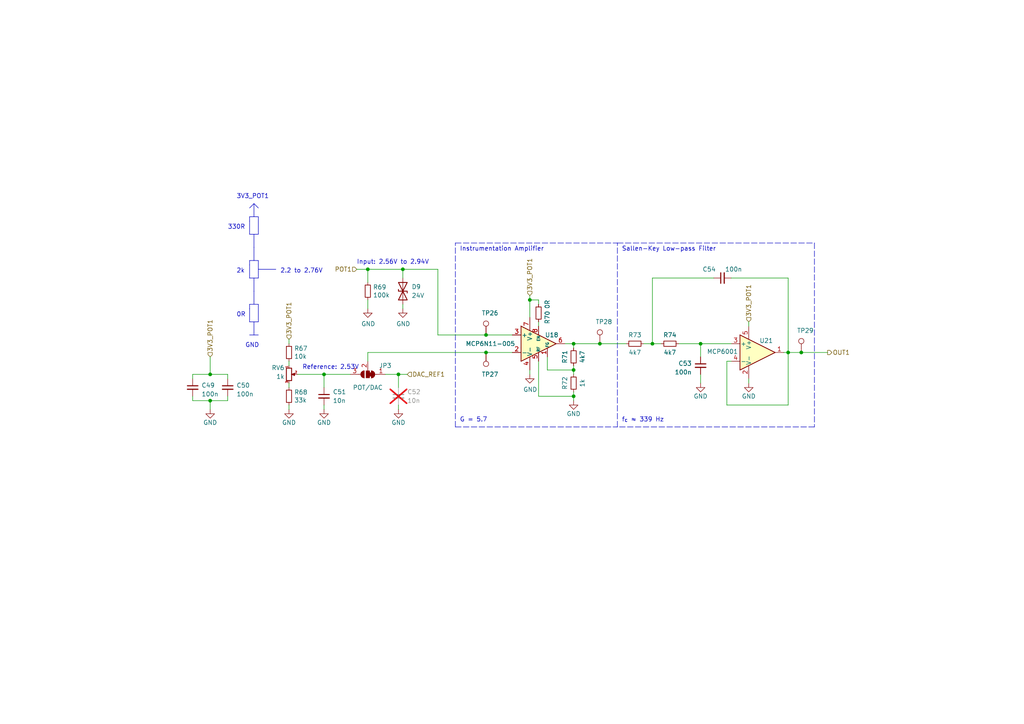
<source format=kicad_sch>
(kicad_sch (version 20230121) (generator eeschema)
  (paper "A4")
  (lib_symbols
    (symbol "Amplifier_Operational:MCP6001-OT" (pin_names (offset 0.127))
      (property "Reference" "U" (at -1.27 6.35 0))
      (property "Value" "MCP6001-OT" (at -1.27 3.81 0))
      (symbol "MCP6001-OT_0_1"
        (polyline (pts (xy -5.08 5.08) (xy 5.08 0) (xy -5.08 -5.08) (xy -5.08 5.08)) (stroke (width 0.254)) (fill (type background)))
        (pin power_in line (at -2.54 -7.62 90) (length 3.81) (name "V-") (number "2"))
        (pin power_in line (at -2.54 7.62 270) (length 3.81) (name "V+") (number "5"))
      )
      (symbol "MCP6001-OT_1_1"
        (pin output line (at 7.62 0 180) (length 2.54) (name "~") (number "1"))
        (pin input line (at -7.62 2.54 0) (length 2.54) (name "+") (number "3"))
        (pin input line (at -7.62 -2.54 0) (length 2.54) (name "-") (number "4"))
      )
    )
    (symbol "Connector:TestPoint" (pin_numbers hide) (pin_names (offset 0.762) hide)
      (property "Reference" "TP" (at 0 6.858 0))
      (property "Value" "TestPoint" (at 0 5.08 0))
      (symbol "TestPoint_0_1"
        (circle (center 0 3.302) (radius 0.762))
      )
      (symbol "TestPoint_1_1"
        (pin passive line (at 0 0 90) (length 2.54) (name "1") (number "1"))
      )
    )
    (symbol "Device:C_Small" (pin_numbers hide) (pin_names (offset 0.254) hide)
      (property "Reference" "C" (at 0.254 1.778 0))
      (property "Value" "C_Small" (at 0.254 -2.032 0))
      (symbol "C_Small_0_1"
        (polyline (pts (xy -1.524 -0.508) (xy 1.524 -0.508)) (stroke (width 0.3302)))
        (polyline (pts (xy -1.524 0.508) (xy 1.524 0.508)) (stroke (width 0.3048)))
      )
      (symbol "C_Small_1_1"
        (pin passive line (at 0 2.54 270) (length 2.032) (name "~") (number "1"))
        (pin passive line (at 0 -2.54 90) (length 2.032) (name "~") (number "2"))
      )
    )
    (symbol "Device:D_TVS" (pin_numbers hide) (pin_names (offset 1.016) hide)
      (property "Reference" "D" (at 0 2.54 0))
      (property "Value" "D_TVS" (at 0 -2.54 0))
      (symbol "D_TVS_0_1"
        (polyline (pts (xy 1.27 0) (xy -1.27 0)))
        (polyline (pts (xy 0.508 1.27) (xy 0 1.27) (xy 0 -1.27) (xy -0.508 -1.27)) (stroke (width 0.254)))
        (polyline (pts (xy -2.54 1.27) (xy -2.54 -1.27) (xy 2.54 1.27) (xy 2.54 -1.27) (xy -2.54 1.27)) (stroke (width 0.254)))
      )
      (symbol "D_TVS_1_1"
        (pin passive line (at -3.81 0 0) (length 2.54) (name "A1") (number "1"))
        (pin passive line (at 3.81 0 180) (length 2.54) (name "A2") (number "2"))
      )
    )
    (symbol "Device:R_Potentiometer_Small" (pin_names (offset 1.016) hide)
      (property "Reference" "RV" (at -4.445 0 90))
      (property "Value" "R_Potentiometer_Small" (at -2.54 0 90))
      (symbol "R_Potentiometer_Small_0_1"
        (polyline (pts (xy 0.889 0) (xy 0.635 0) (xy 1.651 0.381) (xy 1.651 -0.381) (xy 0.635 0) (xy 0.889 0)) (fill (type outline)))
        (rectangle (start 0.762 1.8034) (end -0.762 -1.8034) (stroke (width 0.254)))
      )
      (symbol "R_Potentiometer_Small_1_1"
        (pin passive line (at 0 2.54 270) (length 0.635) (name "1") (number "1"))
        (pin passive line (at 2.54 0 180) (length 0.9906) (name "2") (number "2"))
        (pin passive line (at 0 -2.54 90) (length 0.635) (name "3") (number "3"))
      )
    )
    (symbol "Device:R_Small" (pin_numbers hide) (pin_names (offset 0.254) hide)
      (property "Reference" "R" (at 0.762 0.508 0))
      (property "Value" "R_Small" (at 0.762 -1.016 0))
      (symbol "R_Small_0_1"
        (rectangle (start -0.762 1.778) (end 0.762 -1.778) (stroke (width 0.2032)))
      )
      (symbol "R_Small_1_1"
        (pin passive line (at 0 2.54 270) (length 0.762) (name "~") (number "1"))
        (pin passive line (at 0 -2.54 90) (length 0.762) (name "~") (number "2"))
      )
    )
    (symbol "Jumper:SolderJumper_3_Bridged12" (pin_names (offset 0) hide)
      (property "Reference" "JP" (at -2.54 -2.54 0))
      (property "Value" "SolderJumper_3_Bridged12" (at 0 2.794 0))
      (symbol "SolderJumper_3_Bridged12_0_1"
        (rectangle (start -1.016 0.508) (end -0.508 -0.508) (fill (type outline)))
        (arc (start -1.016 1.016) (mid -2.0276 0) (end -1.016 -1.016))
        (arc (start -1.016 1.016) (mid -2.0276 0) (end -1.016 -1.016) (fill (type outline)))
        (rectangle (start -0.508 1.016) (end 0.508 -1.016) (fill (type outline)))
        (polyline (pts (xy -2.54 0) (xy -2.032 0)))
        (polyline (pts (xy -1.016 1.016) (xy -1.016 -1.016)))
        (polyline (pts (xy 0 -1.27) (xy 0 -1.016)))
        (polyline (pts (xy 1.016 1.016) (xy 1.016 -1.016)))
        (polyline (pts (xy 2.54 0) (xy 2.032 0)))
        (arc (start 1.016 -1.016) (mid 2.0276 0) (end 1.016 1.016))
        (arc (start 1.016 -1.016) (mid 2.0276 0) (end 1.016 1.016) (fill (type outline)))
      )
      (symbol "SolderJumper_3_Bridged12_1_1"
        (pin passive line (at -5.08 0 0) (length 2.54) (name "A") (number "1"))
        (pin passive line (at 0 -3.81 90) (length 2.54) (name "C") (number "2"))
        (pin passive line (at 5.08 0 180) (length 2.54) (name "B") (number "3"))
      )
    )
    (symbol "MCP6N11:MCP6N11" (pin_names (offset 0.127))
      (property "Reference" "U" (at 3.81 6.35 0))
      (property "Value" "MCP6N11-xE" (at 3.81 3.81 0))
      (symbol "MCP6N11_0_1"
        (polyline (pts (xy -5.08 5.08) (xy 5.08 0) (xy -5.08 -5.08) (xy -5.08 5.08)) (stroke (width 0.254)) (fill (type background)))
      )
      (symbol "MCP6N11_1_1"
        (pin passive line (at 2.54 -3.81 90) (length 2.54) (name "FG") (number "1"))
        (pin input line (at -7.62 -2.54 0) (length 2.54) (name "-") (number "2"))
        (pin input line (at -7.62 2.54 0) (length 2.54) (name "+") (number "3"))
        (pin power_in line (at -2.54 -7.62 90) (length 3.81) (name "V-") (number "4"))
        (pin passive line (at 0 -5.08 90) (length 2.54) (name "RF") (number "5"))
        (pin output line (at 7.62 0 180) (length 2.54) (name "~") (number "6"))
        (pin power_in line (at -2.54 7.62 270) (length 3.81) (name "V+") (number "7"))
        (pin input line (at 0 5.08 270) (length 2.54) (name "EN") (number "8"))
        (pin passive line (at -2.54 -7.62 90) (length 3.81) hide (name "EP") (number "9"))
      )
    )
    (symbol "power:GND" (power) (pin_names (offset 0))
      (property "Value" "GND" (at 0 -3.81 0))
      (symbol "GND_0_1"
        (polyline (pts (xy 0 0) (xy 0 -1.27) (xy 1.27 -1.27) (xy 0 -2.54) (xy -1.27 -1.27) (xy 0 -1.27)))
      )
      (symbol "GND_1_1"
        (pin power_in line (at 0 0 270) (length 0) hide (name "GND") (number "1"))
      )
    )
  )
  (junction (at 153.67 86.995))
  (junction (at 166.37 107.315))
  (junction (at 166.37 99.695))
  (junction (at 116.84 78.105))
  (junction (at 93.98 108.585))
  (junction (at 203.2 99.695))
  (junction (at 115.57 108.585))
  (junction (at 106.68 78.105))
  (junction (at 60.96 108.585))
  (junction (at 189.23 99.695))
  (junction (at 232.41 102.235))
  (junction (at 140.97 97.155))
  (junction (at 228.6 102.235))
  (junction (at 173.99 99.695))
  (junction (at 140.97 102.235))
  (junction (at 60.96 116.205))
  (junction (at 166.37 114.935))
  (polyline (pts (xy 72.39 62.865) (xy 72.39 64.135)))
  (polyline (pts (xy 132.08 123.825) (xy 179.07 123.825)) (stroke (width 0) (type dash)))
  (polyline (pts (xy 236.22 123.825) (xy 179.07 123.825)) (stroke (width 0) (type dash)))
  (wire (pts (xy 228.6 117.475) (xy 228.6 102.235)))
  (polyline (pts (xy 72.39 76.835) (xy 72.39 80.645)))
  (wire (pts (xy 203.2 99.695) (xy 203.2 103.505)))
  (wire (pts (xy 55.88 114.935) (xy 55.88 116.205)))
  (polyline (pts (xy 74.93 62.865) (xy 72.39 62.865)))
  (wire (pts (xy 217.17 93.345) (xy 217.17 94.615)))
  (wire (pts (xy 153.67 108.585) (xy 153.67 107.315)))
  (wire (pts (xy 153.67 86.995) (xy 156.21 86.995)))
  (polyline (pts (xy 73.66 80.645) (xy 73.66 84.455)))
  (wire (pts (xy 158.75 103.505) (xy 158.75 107.315)))
  (polyline (pts (xy 73.66 59.055) (xy 74.93 60.325)))
  (wire (pts (xy 228.6 80.645) (xy 228.6 102.235)))
  (wire (pts (xy 66.04 116.205) (xy 60.96 116.205)))
  (wire (pts (xy 83.82 98.425) (xy 83.82 99.695)))
  (wire (pts (xy 103.505 78.105) (xy 106.68 78.105)))
  (wire (pts (xy 210.82 117.475) (xy 228.6 117.475)))
  (wire (pts (xy 106.68 81.915) (xy 106.68 78.105)))
  (polyline (pts (xy 74.93 67.945) (xy 74.93 62.865)))
  (wire (pts (xy 156.21 104.775) (xy 156.21 114.935)))
  (wire (pts (xy 60.96 108.585) (xy 60.96 103.505)))
  (wire (pts (xy 189.23 80.645) (xy 207.01 80.645)))
  (wire (pts (xy 166.37 99.695) (xy 173.99 99.695)))
  (wire (pts (xy 66.04 114.935) (xy 66.04 116.205)))
  (polyline (pts (xy 179.07 123.825) (xy 179.07 70.485)) (stroke (width 0) (type dash)))
  (polyline (pts (xy 73.66 59.055) (xy 73.66 62.865)))
  (polyline (pts (xy 73.66 71.755) (xy 73.66 75.565)))
  (wire (pts (xy 106.68 89.535) (xy 106.68 86.995)))
  (wire (pts (xy 55.88 116.205) (xy 60.96 116.205)))
  (wire (pts (xy 83.82 111.125) (xy 83.82 112.395)))
  (polyline (pts (xy 74.93 93.345) (xy 74.93 88.265)))
  (wire (pts (xy 228.6 102.235) (xy 232.41 102.235)))
  (wire (pts (xy 153.67 86.995) (xy 153.67 92.075)))
  (wire (pts (xy 166.37 106.045) (xy 166.37 107.315)))
  (wire (pts (xy 212.09 80.645) (xy 228.6 80.645)))
  (wire (pts (xy 166.37 99.695) (xy 166.37 100.965)))
  (wire (pts (xy 55.88 108.585) (xy 60.96 108.585)))
  (wire (pts (xy 156.21 114.935) (xy 166.37 114.935)))
  (wire (pts (xy 153.67 85.725) (xy 153.67 86.995)))
  (wire (pts (xy 93.98 108.585) (xy 101.6 108.585)))
  (wire (pts (xy 106.68 78.105) (xy 116.84 78.105)))
  (polyline (pts (xy 72.39 80.645) (xy 74.93 80.645)))
  (wire (pts (xy 106.68 104.775) (xy 106.68 102.235)))
  (wire (pts (xy 210.82 104.775) (xy 210.82 117.475)))
  (wire (pts (xy 189.23 99.695) (xy 191.77 99.695)))
  (wire (pts (xy 83.82 104.775) (xy 83.82 106.045)))
  (wire (pts (xy 163.83 99.695) (xy 166.37 99.695)))
  (wire (pts (xy 189.23 80.645) (xy 189.23 99.695)))
  (wire (pts (xy 116.84 78.105) (xy 127 78.105)))
  (wire (pts (xy 203.2 99.695) (xy 212.09 99.695)))
  (wire (pts (xy 60.96 118.745) (xy 60.96 116.205)))
  (wire (pts (xy 55.88 108.585) (xy 55.88 109.855)))
  (wire (pts (xy 127 78.105) (xy 127 97.155)))
  (wire (pts (xy 173.99 99.695) (xy 181.61 99.695)))
  (wire (pts (xy 140.97 97.155) (xy 148.59 97.155)))
  (polyline (pts (xy 74.93 78.105) (xy 80.01 78.105)))
  (wire (pts (xy 106.68 102.235) (xy 140.97 102.235)))
  (wire (pts (xy 86.36 108.585) (xy 93.98 108.585)))
  (wire (pts (xy 166.37 114.935) (xy 166.37 116.205)))
  (wire (pts (xy 166.37 113.665) (xy 166.37 114.935)))
  (polyline (pts (xy 72.39 88.265) (xy 72.39 89.535)))
  (polyline (pts (xy 72.39 93.345) (xy 74.93 93.345)))
  (polyline (pts (xy 72.39 60.325) (xy 73.66 59.055)))
  (wire (pts (xy 93.98 108.585) (xy 93.98 112.395)))
  (wire (pts (xy 186.69 99.695) (xy 189.23 99.695)))
  (wire (pts (xy 212.09 104.775) (xy 210.82 104.775)))
  (wire (pts (xy 217.17 111.125) (xy 217.17 109.855)))
  (wire (pts (xy 83.82 117.475) (xy 83.82 118.745)))
  (wire (pts (xy 115.57 108.585) (xy 115.57 112.395)))
  (wire (pts (xy 115.57 108.585) (xy 111.76 108.585)))
  (wire (pts (xy 127 97.155) (xy 140.97 97.155)))
  (wire (pts (xy 196.85 99.695) (xy 203.2 99.695)))
  (wire (pts (xy 156.21 93.345) (xy 156.21 94.615)))
  (wire (pts (xy 116.84 89.535) (xy 116.84 88.265)))
  (wire (pts (xy 116.84 80.645) (xy 116.84 78.105)))
  (polyline (pts (xy 74.93 75.565) (xy 72.39 75.565)))
  (wire (pts (xy 66.04 109.855) (xy 66.04 108.585)))
  (wire (pts (xy 166.37 107.315) (xy 166.37 108.585)))
  (polyline (pts (xy 73.66 67.945) (xy 73.66 71.755)))
  (polyline (pts (xy 72.39 64.135) (xy 72.39 67.945)))
  (polyline (pts (xy 236.22 70.485) (xy 236.22 123.825)) (stroke (width 0) (type dash)))
  (wire (pts (xy 140.97 102.235) (xy 148.59 102.235)))
  (polyline (pts (xy 72.39 89.535) (xy 72.39 93.345)))
  (polyline (pts (xy 72.39 67.945) (xy 74.93 67.945)))
  (wire (pts (xy 203.2 108.585) (xy 203.2 111.125)))
  (polyline (pts (xy 72.39 75.565) (xy 72.39 76.835)))
  (wire (pts (xy 93.98 117.475) (xy 93.98 118.745)))
  (polyline (pts (xy 132.08 70.485) (xy 179.07 70.485)) (stroke (width 0) (type dash)))
  (wire (pts (xy 156.21 86.995) (xy 156.21 88.265)))
  (polyline (pts (xy 73.66 93.345) (xy 73.66 97.155)))
  (wire (pts (xy 115.57 108.585) (xy 118.11 108.585)))
  (wire (pts (xy 232.41 102.235) (xy 240.03 102.235)))
  (polyline (pts (xy 72.39 97.155) (xy 74.93 97.155)))
  (polyline (pts (xy 73.66 84.455) (xy 73.66 88.265)))
  (polyline (pts (xy 179.07 70.485) (xy 236.22 70.485)) (stroke (width 0) (type dash)))
  (polyline (pts (xy 74.93 80.645) (xy 74.93 75.565)))
  (polyline (pts (xy 74.93 88.265) (xy 72.39 88.265)))
  (wire (pts (xy 228.6 102.235) (xy 227.33 102.235)))
  (wire (pts (xy 115.57 117.475) (xy 115.57 118.745)))
  (wire (pts (xy 158.75 107.315) (xy 166.37 107.315)))
  (polyline (pts (xy 132.08 123.825) (xy 132.08 70.485)) (stroke (width 0) (type dash)))
  (wire (pts (xy 66.04 108.585) (xy 60.96 108.585)))
  (text "330R" (at 66.04 66.675 0) (effects (font (size 1.27 1.27)) (justify left bottom)))
  (text "Instrumentation Amplifier" (at 133.35 73.025 0) (effects (font (size 1.27 1.27)) (justify left bottom)))
  (text "Input: 2.56V to 2.94V" (at 124.46 76.835 0) (effects (font (size 1.27 1.27)) (justify right bottom)))
  (text "0R" (at 68.58 92.075 0) (effects (font (size 1.27 1.27)) (justify left bottom)))
  (text "2k" (at 68.58 79.375 0) (effects (font (size 1.27 1.27)) (justify left bottom)))
  (text "Sallen-Key Low-pass Filter" (at 180.34 73.025 0) (effects (font (size 1.27 1.27)) (justify left bottom)))
  (text "2.2 to 2.76V" (at 81.28 79.375 0) (effects (font (size 1.27 1.27)) (justify left bottom)))
  (text "Reference: 2.53V" (at 104.14 107.315 0) (effects (font (size 1.27 1.27)) (justify right bottom)))
  (text "f_{c} ≈ 339 Hz" (at 180.34 122.555 0) (effects (font (size 1.27 1.27)) (justify left bottom)))
  (text "G = 5.7" (at 133.35 122.555 0) (effects (font (size 1.27 1.27)) (justify left bottom)))
  (text "3V3_POT1" (at 68.58 57.785 0) (effects (font (size 1.27 1.27)) (justify left bottom)))
  (text "GND" (at 71.12 100.965 0) (effects (font (size 1.27 1.27)) (justify left bottom)))
  (hierarchical_label "DAC_REF1" (shape input) (at 118.11 108.585 0))
  (hierarchical_label "OUT1" (shape output) (at 240.03 102.235 0))
  (hierarchical_label "3V3_POT1" (shape input) (at 60.96 103.505 90))
  (hierarchical_label "3V3_POT1" (shape input) (at 217.17 93.345 90))
  (hierarchical_label "POT1" (shape input) (at 103.505 78.105 180))
  (hierarchical_label "3V3_POT1" (shape input) (at 83.82 98.425 90))
  (hierarchical_label "3V3_POT1" (shape input) (at 153.67 85.725 90))
  (symbol (lib_id "Connector:TestPoint") (at 173.99 99.695 0) (unit 1)
    (property "Reference" "TP28" (at 172.72 93.345 0) (effects (justify left)))
    (property "Value" "APPS_MID" (effects hide))
    (property "Footprint" "TestPoint:TestPoint_Pad_D1.0mm" (effects hide))
    (instances (project "PUTM_EV_Frontbox_2023" (path "" (reference "TP28") (unit 1)) (path "" (reference "TP32") (unit 1))) (project "apps" (path "" (reference "TP5") (unit 1))))
  )
  (symbol (lib_id "Device:R_Small") (at 83.82 114.935 0) (unit 1)
    (property "Reference" "R68" (at 85.3186 113.7666 0) (effects (justify left)))
    (property "Value" "33k" (at 85.3186 116.078 0) (effects (justify left)))
    (property "Footprint" "Resistor_SMD:R_0603_1608Metric_Pad0.98x0.95mm_HandSolder" (effects hide))
    (instances (project "PUTM_EV_Frontbox_2023" (path "" (reference "R68") (unit 1)) (path "" (reference "R78") (unit 1))) (project "apps" (path "" (reference "R8") (unit 1))))
  )
  (symbol (lib_id "Device:R_Small") (at 156.21 90.805 180) (unit 1)
    (property "Reference" "R70" (at 158.75 92.075 90))
    (property "Value" "0R" (at 158.75 88.265 90))
    (property "Footprint" "Resistor_SMD:R_0603_1608Metric_Pad0.98x0.95mm_HandSolder" (effects hide))
    (instances (project "PUTM_EV_Frontbox_2023" (path "" (reference "R70") (unit 1)) (path "" (reference "R91") (unit 1))) (project "apps" (path "" (reference "R13") (unit 1))))
  )
  (symbol (lib_id "Device:R_Small") (at 166.37 103.505 180) (unit 1)
    (property "Reference" "R71" (at 163.83 103.505 90))
    (property "Value" "4k7" (at 168.91 103.505 90))
    (property "Footprint" "Resistor_SMD:R_0603_1608Metric_Pad0.98x0.95mm_HandSolder" (effects hide))
    (instances (project "PUTM_EV_Frontbox_2023" (path "" (reference "R71") (unit 1)) (path "" (reference "R92") (unit 1))) (project "apps" (path "" (reference "R15") (unit 1))))
  )
  (symbol (lib_id "power:GND") (at 203.2 111.125 0) (unit 1)
    (property "Reference" "#PWR0124" (effects hide))
    (property "Value" "GND" (at 203.2 114.935 0))
    (instances (project "PUTM_EV_Frontbox_2023" (path "" (reference "#PWR0124") (unit 1)) (path "" (reference "#PWR0162") (unit 1))) (project "apps" (path "" (reference "#PWR026") (unit 1))))
  )
  (symbol (lib_id "Device:R_Small") (at 184.15 99.695 90) (unit 1)
    (property "Reference" "R73" (at 184.15 97.155 90))
    (property "Value" "4k7" (at 184.15 102.235 90))
    (property "Footprint" "Resistor_SMD:R_0603_1608Metric_Pad0.98x0.95mm_HandSolder" (effects hide))
    (instances (project "PUTM_EV_Frontbox_2023" (path "" (reference "R73") (unit 1)) (path "" (reference "R94") (unit 1))) (project "apps" (path "" (reference "R19") (unit 1))))
  )
  (symbol (lib_id "power:GND") (at 166.37 116.205 0) (unit 1)
    (property "Reference" "#PWR0123" (effects hide))
    (property "Value" "GND" (at 166.37 120.015 0))
    (instances (project "PUTM_EV_Frontbox_2023" (path "" (reference "#PWR0123") (unit 1)) (path "" (reference "#PWR0161") (unit 1))) (project "apps" (path "" (reference "#PWR024") (unit 1))))
  )
  (symbol (lib_id "Connector:TestPoint") (at 140.97 97.155 0) (unit 1)
    (property "Reference" "TP26" (at 139.7 90.805 0) (effects (justify left)))
    (property "Value" "APPS_P" (effects hide))
    (property "Footprint" "TestPoint:TestPoint_Pad_D1.0mm" (effects hide))
    (instances (project "PUTM_EV_Frontbox_2023" (path "" (reference "TP26") (unit 1)) (path "" (reference "TP30") (unit 1))) (project "apps" (path "" (reference "TP1") (unit 1))))
  )
  (symbol (lib_id "power:GND") (at 60.96 118.745 0) (unit 1)
    (property "Reference" "#PWR0105" (effects hide))
    (property "Value" "GND" (at 60.96 122.555 0))
    (instances (project "PUTM_EV_Frontbox_2023" (path "" (reference "#PWR0105") (unit 1)) (path "" (reference "#PWR0127") (unit 1))) (project "apps" (path "" (reference "#PWR010") (unit 1))))
  )
  (symbol (lib_id "Device:C_Small") (at 55.88 112.395 0) (unit 1)
    (property "Reference" "C49" (at 58.42 111.7663 0) (effects (justify left)))
    (property "Value" "100n" (at 58.42 114.3063 0) (effects (justify left)))
    (property "Footprint" "Capacitor_SMD:C_0603_1608Metric_Pad1.08x0.95mm_HandSolder" (effects hide))
    (instances (project "PUTM_EV_Frontbox_2023" (path "" (reference "C49") (unit 1)) (path "" (reference "C55") (unit 1))) (project "apps" (path "" (reference "C9") (unit 1))))
  )
  (symbol (lib_id "Device:C_Small") (at 209.55 80.645 90) (unit 1)
    (property "Reference" "C54" (at 207.6513 78.105 90) (effects (justify left)))
    (property "Value" "100n" (at 215.2713 78.105 90) (effects (justify left)))
    (property "Footprint" "Capacitor_SMD:C_0603_1608Metric_Pad1.08x0.95mm_HandSolder" (effects hide))
    (instances (project "PUTM_EV_Frontbox_2023" (path "" (reference "C54") (unit 1)) (path "" (reference "C60") (unit 1))) (project "apps" (path "" (reference "C19") (unit 1))))
  )
  (symbol (lib_id "Device:R_Small") (at 194.31 99.695 90) (unit 1)
    (property "Reference" "R74" (at 194.31 97.155 90))
    (property "Value" "4k7" (at 194.31 102.235 90))
    (property "Footprint" "Resistor_SMD:R_0603_1608Metric_Pad0.98x0.95mm_HandSolder" (effects hide))
    (instances (project "PUTM_EV_Frontbox_2023" (path "" (reference "R74") (unit 1)) (path "" (reference "R95") (unit 1))) (project "apps" (path "" (reference "R21") (unit 1))))
  )
  (symbol (lib_id "Device:R_Small") (at 106.68 84.455 0) (unit 1)
    (property "Reference" "R69" (at 108.1786 83.2866 0) (effects (justify left)))
    (property "Value" "100k" (at 108.1786 85.598 0) (effects (justify left)))
    (property "Footprint" "Resistor_SMD:R_0603_1608Metric_Pad0.98x0.95mm_HandSolder" (effects hide))
    (instances (project "PUTM_EV_Frontbox_2023" (path "" (reference "R69") (unit 1)) (path "" (reference "R90") (unit 1))) (project "apps" (path "" (reference "R11") (unit 1))))
  )
  (symbol (lib_id "Connector:TestPoint") (at 232.41 102.235 0) (unit 1)
    (property "Reference" "TP29" (at 231.14 95.885 0) (effects (justify left)))
    (property "Value" "APPS_OUT" (effects hide))
    (property "Footprint" "TestPoint:TestPoint_Pad_D1.0mm" (effects hide))
    (instances (project "PUTM_EV_Frontbox_2023" (path "" (reference "TP29") (unit 1)) (path "" (reference "TP33") (unit 1))) (project "apps" (path "" (reference "TP7") (unit 1))))
  )
  (symbol (lib_id "Jumper:SolderJumper_3_Bridged12") (at 106.68 108.585 180) (unit 1)
    (property "Reference" "JP3" (at 111.76 106.045 0))
    (property "Value" "POT/DAC" (at 106.68 112.395 0))
    (property "Footprint" "Jumper:SolderJumper-3_P1.3mm_Bridged12_RoundedPad1.0x1.5mm" (effects hide))
    (instances (project "PUTM_EV_Frontbox_2023" (path "" (reference "JP3") (unit 1)) (path "" (reference "JP4") (unit 1))) (project "apps" (path "" (reference "JP1") (unit 1))))
  )
  (symbol (lib_id "power:GND") (at 106.68 89.535 0) (unit 1)
    (property "Reference" "#PWR0118" (effects hide))
    (property "Value" "GND" (at 106.807 93.9292 0))
    (instances (project "PUTM_EV_Frontbox_2023" (path "" (reference "#PWR0118") (unit 1)) (path "" (reference "#PWR0145") (unit 1))) (project "apps" (path "" (reference "#PWR016") (unit 1))))
  )
  (symbol (lib_id "power:GND") (at 153.67 108.585 0) (unit 1)
    (property "Reference" "#PWR0122" (effects hide))
    (property "Value" "GND" (at 153.797 112.9792 0))
    (instances (project "PUTM_EV_Frontbox_2023" (path "" (reference "#PWR0122") (unit 1)) (path "" (reference "#PWR0160") (unit 1))) (project "apps" (path "" (reference "#PWR022") (unit 1))))
  )
  (symbol (lib_id "Device:C_Small") (at 115.57 114.935 0) (unit 1) (dnp yes)
    (property "Reference" "C52" (at 118.11 113.665 0) (effects (justify left)))
    (property "Value" "10n" (at 118.11 116.205 0) (effects (justify left)))
    (property "Footprint" "Capacitor_SMD:C_0603_1608Metric_Pad1.08x0.95mm_HandSolder" (effects hide))
    (instances (project "PUTM_EV_Frontbox_2023" (path "" (reference "C52") (unit 1)) (path "" (reference "C58") (unit 1))) (project "apps" (path "" (reference "C15") (unit 1))))
  )
  (symbol (lib_id "Device:C_Small") (at 66.04 112.395 0) (unit 1)
    (property "Reference" "C50" (at 68.58 111.7663 0) (effects (justify left)))
    (property "Value" "100n" (at 68.58 114.3063 0) (effects (justify left)))
    (property "Footprint" "Capacitor_SMD:C_0603_1608Metric_Pad1.08x0.95mm_HandSolder" (effects hide))
    (instances (project "PUTM_EV_Frontbox_2023" (path "" (reference "C50") (unit 1)) (path "" (reference "C56") (unit 1))) (project "apps" (path "" (reference "C11") (unit 1))))
  )
  (symbol (lib_id "Device:R_Small") (at 83.82 102.235 0) (unit 1)
    (property "Reference" "R67" (at 85.3186 101.0666 0) (effects (justify left)))
    (property "Value" "10k" (at 85.3186 103.378 0) (effects (justify left)))
    (property "Footprint" "Resistor_SMD:R_0603_1608Metric_Pad0.98x0.95mm_HandSolder" (effects hide))
    (instances (project "PUTM_EV_Frontbox_2023" (path "" (reference "R67") (unit 1)) (path "" (reference "R75") (unit 1))) (project "apps" (path "" (reference "R7") (unit 1))))
  )
  (symbol (lib_id "Device:C_Small") (at 93.98 114.935 0) (unit 1)
    (property "Reference" "C51" (at 96.52 113.665 0) (effects (justify left)))
    (property "Value" "10n" (at 96.52 116.205 0) (effects (justify left)))
    (property "Footprint" "Capacitor_SMD:C_0603_1608Metric_Pad1.08x0.95mm_HandSolder" (effects hide))
    (instances (project "PUTM_EV_Frontbox_2023" (path "" (reference "C51") (unit 1)) (path "" (reference "C57") (unit 1))) (project "apps" (path "" (reference "C13") (unit 1))))
  )
  (symbol (lib_id "power:GND") (at 115.57 118.745 0) (unit 1)
    (property "Reference" "#PWR0119" (effects hide))
    (property "Value" "GND" (at 115.57 122.555 0))
    (instances (project "PUTM_EV_Frontbox_2023" (path "" (reference "#PWR0119") (unit 1)) (path "" (reference "#PWR0158") (unit 1))) (project "apps" (path "" (reference "#PWR018") (unit 1))))
  )
  (symbol (lib_id "power:GND") (at 93.98 118.745 0) (unit 1)
    (property "Reference" "#PWR0117" (effects hide))
    (property "Value" "GND" (at 93.98 122.555 0))
    (instances (project "PUTM_EV_Frontbox_2023" (path "" (reference "#PWR0117") (unit 1)) (path "" (reference "#PWR0144") (unit 1))) (project "apps" (path "" (reference "#PWR014") (unit 1))))
  )
  (symbol (lib_id "Device:R_Small") (at 166.37 111.125 180) (unit 1)
    (property "Reference" "R72" (at 163.83 111.125 90))
    (property "Value" "1k" (at 168.91 111.125 90))
    (property "Footprint" "Resistor_SMD:R_0603_1608Metric_Pad0.98x0.95mm_HandSolder" (effects hide))
    (instances (project "PUTM_EV_Frontbox_2023" (path "" (reference "R72") (unit 1)) (path "" (reference "R93") (unit 1))) (project "apps" (path "" (reference "R16") (unit 1))))
  )
  (symbol (lib_id "power:GND") (at 83.82 118.745 0) (unit 1)
    (property "Reference" "#PWR0116" (effects hide))
    (property "Value" "GND" (at 83.82 122.555 0))
    (instances (project "PUTM_EV_Frontbox_2023" (path "" (reference "#PWR0116") (unit 1)) (path "" (reference "#PWR0137") (unit 1))) (project "apps" (path "" (reference "#PWR012") (unit 1))))
  )
  (symbol (lib_id "Device:C_Small") (at 203.2 106.045 0) (mirror y) (unit 1)
    (property "Reference" "C53" (at 200.66 105.4163 0) (effects (justify left)))
    (property "Value" "100n" (at 200.66 107.9563 0) (effects (justify left)))
    (property "Footprint" "Capacitor_SMD:C_0603_1608Metric_Pad1.08x0.95mm_HandSolder" (effects hide))
    (instances (project "PUTM_EV_Frontbox_2023" (path "" (reference "C53") (unit 1)) (path "" (reference "C59") (unit 1))) (project "apps" (path "" (reference "C17") (unit 1))))
  )
  (symbol (lib_id "Connector:TestPoint") (at 140.97 102.235 180) (unit 1)
    (property "Reference" "TP27" (at 139.7 108.585 0) (effects (justify right)))
    (property "Value" "APPS_N" (effects hide))
    (property "Footprint" "TestPoint:TestPoint_Pad_D1.0mm" (effects hide))
    (instances (project "PUTM_EV_Frontbox_2023" (path "" (reference "TP27") (unit 1)) (path "" (reference "TP31") (unit 1))) (project "apps" (path "" (reference "TP2") (unit 1))))
  )
  (symbol (lib_id "power:GND") (at 116.84 89.535 0) (unit 1)
    (property "Reference" "#PWR0121" (effects hide))
    (property "Value" "GND" (at 116.967 93.9292 0))
    (instances (project "PUTM_EV_Frontbox_2023" (path "" (reference "#PWR0121") (unit 1)) (path "" (reference "#PWR0159") (unit 1))) (project "apps" (path "" (reference "#PWR020") (unit 1))))
  )
  (symbol (lib_id "power:GND") (at 217.17 111.125 0) (unit 1)
    (property "Reference" "#PWR0125" (effects hide))
    (property "Value" "GND" (at 217.17 114.935 0))
    (instances (project "PUTM_EV_Frontbox_2023" (path "" (reference "#PWR0125") (unit 1)) (path "" (reference "#PWR0163") (unit 1))) (project "apps" (path "" (reference "#PWR028") (unit 1))))
  )
  (symbol (lib_id "Amplifier_Operational:MCP6001-OT") (at 219.71 102.235 0) (unit 1)
    (property "Reference" "U21" (at 222.25 98.8061 0))
    (property "Value" "MCP6001" (at 209.55 101.965 0))
    (property "Footprint" "Package_TO_SOT_SMD:SOT-23-5" (effects hide))
    (property "Datasheet" "https://ww1.microchip.com/downloads/en/DeviceDoc/MCP6001-1R-1U-2-4-1-MHz-Low-Power-Op-Amp-DS20001733L.pdf" (effects hide))
    (instances (project "PUTM_EV_Frontbox_2023" (path "" (reference "U21") (unit 1)) (path "" (reference "U23") (unit 1))) (project "apps" (path "" (reference "U4") (unit 1))))
  )
  (symbol (lib_id "Device:D_TVS") (at 116.84 84.455 90) (unit 1)
    (property "Reference" "D9" (at 119.38 83.185 90) (effects (justify right)))
    (property "Value" "24V" (at 119.38 85.725 90) (effects (justify right)))
    (property "Footprint" "Diode_SMD:D_0603_1608Metric_Pad1.05x0.95mm_HandSolder" (effects hide))
    (instances (project "PUTM_EV_Frontbox_2023" (path "" (reference "D9") (unit 1)) (path "" (reference "D10") (unit 1))) (project "apps" (path "" (reference "D5") (unit 1))))
  )
  (symbol (lib_id "MCP6N11:MCP6N11") (at 156.21 99.695 0) (unit 1)
    (property "Reference" "U18" (at 160.02 97.155 0))
    (property "Value" "MCP6N11-005\n" (at 142.24 99.695 0))
    (property "Footprint" "Package_DFN_QFN:TDFN-8-1EP_3x2mm_P0.5mm_EP1.3x1.4mm" (effects hide))
    (property "Datasheet" "https://ww1.microchip.com/downloads/en/DeviceDoc/25073A.pdf" (effects hide))
    (instances (project "PUTM_EV_Frontbox_2023" (path "" (reference "U18") (unit 1)) (path "" (reference "U22") (unit 1))) (project "apps" (path "" (reference "U2") (unit 1))))
  )
  (symbol (lib_id "Device:R_Potentiometer_Small") (at 83.82 108.585 0) (unit 1)
    (property "Reference" "RV6" (at 82.55 106.68 0) (effects (justify right)))
    (property "Value" "1k" (at 82.55 109.22 0) (effects (justify right)))
    (property "Footprint" "Potentiometer_SMD:Potentiometer_Bourns_3214J_Horizontal" (effects hide))
    (instances (project "PUTM_EV_Frontbox_2023" (path "" (reference "RV6") (unit 1)) (path "" (reference "RV7") (unit 1))) (project "apps" (path "" (reference "RV1") (unit 1))))
  )
)
</source>
